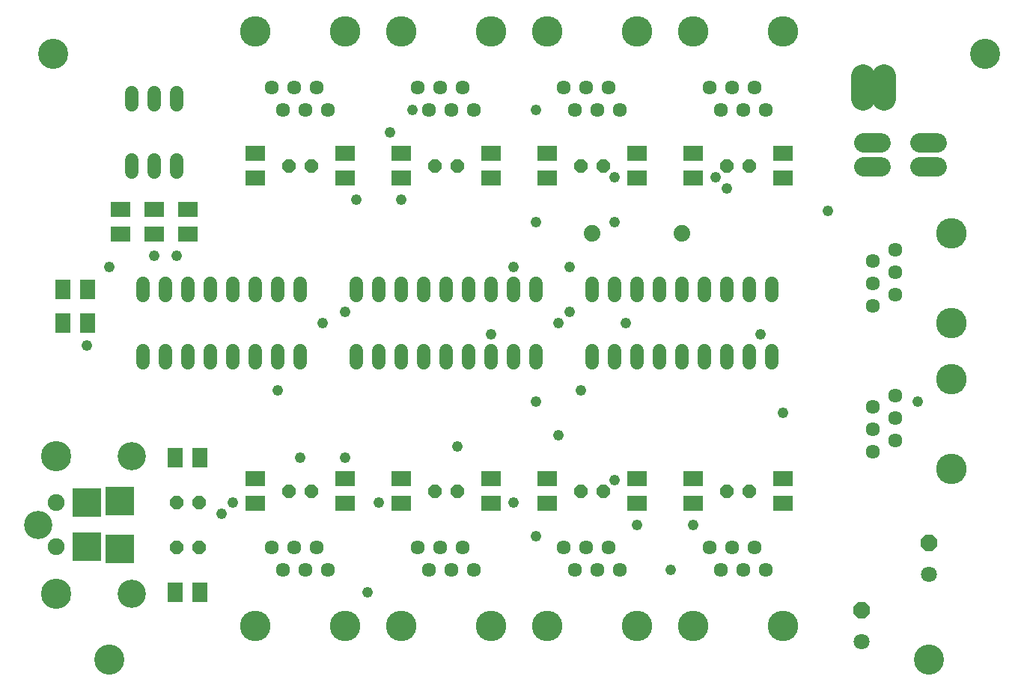
<source format=gts>
G75*
G70*
%OFA0B0*%
%FSLAX24Y24*%
%IPPOS*%
%LPD*%
%AMOC8*
5,1,8,0,0,1.08239X$1,22.5*
%
%ADD10C,0.1340*%
%ADD11C,0.0600*%
%ADD12C,0.0634*%
%ADD13C,0.1360*%
%ADD14R,0.0867X0.0710*%
%ADD15OC8,0.0600*%
%ADD16C,0.0740*%
%ADD17C,0.0867*%
%ADD18C,0.1261*%
%ADD19C,0.1346*%
%ADD20R,0.1261X0.1261*%
%ADD21C,0.0749*%
%ADD22R,0.0710X0.0867*%
%ADD23C,0.1080*%
%ADD24OC8,0.0710*%
%ADD25C,0.0710*%
%ADD26C,0.0480*%
D10*
X004105Y001712D03*
X040605Y001712D03*
X043105Y028712D03*
X001605Y028712D03*
D11*
X005105Y026972D02*
X005105Y026452D01*
X006105Y026452D02*
X006105Y026972D01*
X007105Y026972D02*
X007105Y026452D01*
X007105Y023972D02*
X007105Y023452D01*
X006105Y023452D02*
X006105Y023972D01*
X005105Y023972D02*
X005105Y023452D01*
X005605Y018472D02*
X005605Y017952D01*
X006605Y017952D02*
X006605Y018472D01*
X007605Y018472D02*
X007605Y017952D01*
X008605Y017952D02*
X008605Y018472D01*
X009605Y018472D02*
X009605Y017952D01*
X010605Y017952D02*
X010605Y018472D01*
X011605Y018472D02*
X011605Y017952D01*
X012605Y017952D02*
X012605Y018472D01*
X015105Y018472D02*
X015105Y017952D01*
X016105Y017952D02*
X016105Y018472D01*
X017105Y018472D02*
X017105Y017952D01*
X018105Y017952D02*
X018105Y018472D01*
X019105Y018472D02*
X019105Y017952D01*
X020105Y017952D02*
X020105Y018472D01*
X021105Y018472D02*
X021105Y017952D01*
X022105Y017952D02*
X022105Y018472D01*
X023105Y018472D02*
X023105Y017952D01*
X025605Y017952D02*
X025605Y018472D01*
X026605Y018472D02*
X026605Y017952D01*
X027605Y017952D02*
X027605Y018472D01*
X028605Y018472D02*
X028605Y017952D01*
X029605Y017952D02*
X029605Y018472D01*
X030605Y018472D02*
X030605Y017952D01*
X031605Y017952D02*
X031605Y018472D01*
X032605Y018472D02*
X032605Y017952D01*
X033605Y017952D02*
X033605Y018472D01*
X033605Y015472D02*
X033605Y014952D01*
X032605Y014952D02*
X032605Y015472D01*
X031605Y015472D02*
X031605Y014952D01*
X030605Y014952D02*
X030605Y015472D01*
X029605Y015472D02*
X029605Y014952D01*
X028605Y014952D02*
X028605Y015472D01*
X027605Y015472D02*
X027605Y014952D01*
X026605Y014952D02*
X026605Y015472D01*
X025605Y015472D02*
X025605Y014952D01*
X023105Y014952D02*
X023105Y015472D01*
X022105Y015472D02*
X022105Y014952D01*
X021105Y014952D02*
X021105Y015472D01*
X020105Y015472D02*
X020105Y014952D01*
X019105Y014952D02*
X019105Y015472D01*
X018105Y015472D02*
X018105Y014952D01*
X017105Y014952D02*
X017105Y015472D01*
X016105Y015472D02*
X016105Y014952D01*
X015105Y014952D02*
X015105Y015472D01*
X012605Y015472D02*
X012605Y014952D01*
X011605Y014952D02*
X011605Y015472D01*
X010605Y015472D02*
X010605Y014952D01*
X009605Y014952D02*
X009605Y015472D01*
X008605Y015472D02*
X008605Y014952D01*
X007605Y014952D02*
X007605Y015472D01*
X006605Y015472D02*
X006605Y014952D01*
X005605Y014952D02*
X005605Y015472D01*
D12*
X011355Y006712D03*
X012355Y006712D03*
X013355Y006712D03*
X013855Y005712D03*
X012855Y005712D03*
X011855Y005712D03*
X017855Y006712D03*
X018855Y006712D03*
X019855Y006712D03*
X020355Y005712D03*
X019355Y005712D03*
X018355Y005712D03*
X024355Y006712D03*
X025355Y006712D03*
X026355Y006712D03*
X026855Y005712D03*
X025855Y005712D03*
X024855Y005712D03*
X030855Y006712D03*
X031855Y006712D03*
X032855Y006712D03*
X033355Y005712D03*
X032355Y005712D03*
X031355Y005712D03*
X038105Y010962D03*
X039105Y011462D03*
X038105Y011962D03*
X039105Y012462D03*
X038105Y012962D03*
X039105Y013462D03*
X038105Y017462D03*
X039105Y017962D03*
X038105Y018462D03*
X039105Y018962D03*
X038105Y019462D03*
X039105Y019962D03*
X033355Y026212D03*
X032355Y026212D03*
X031355Y026212D03*
X031855Y027212D03*
X032855Y027212D03*
X030855Y027212D03*
X026855Y026212D03*
X025855Y026212D03*
X024855Y026212D03*
X025355Y027212D03*
X026355Y027212D03*
X024355Y027212D03*
X020355Y026212D03*
X019355Y026212D03*
X018355Y026212D03*
X018855Y027212D03*
X019855Y027212D03*
X017855Y027212D03*
X013855Y026212D03*
X012855Y026212D03*
X011855Y026212D03*
X012355Y027212D03*
X013355Y027212D03*
X011355Y027212D03*
D13*
X010605Y029712D03*
X014605Y029712D03*
X017105Y029712D03*
X021105Y029712D03*
X023605Y029712D03*
X027605Y029712D03*
X030105Y029712D03*
X034105Y029712D03*
X041605Y020712D03*
X041605Y016712D03*
X041605Y014212D03*
X041605Y010212D03*
X034105Y003212D03*
X030105Y003212D03*
X027605Y003212D03*
X023605Y003212D03*
X021105Y003212D03*
X017105Y003212D03*
X014605Y003212D03*
X010605Y003212D03*
D14*
X010605Y008660D03*
X010605Y009763D03*
X014605Y009763D03*
X014605Y008660D03*
X017105Y008660D03*
X017105Y009763D03*
X021105Y009763D03*
X021105Y008660D03*
X023605Y008660D03*
X023605Y009763D03*
X027605Y009763D03*
X027605Y008660D03*
X030105Y008660D03*
X030105Y009763D03*
X034105Y009763D03*
X034105Y008660D03*
X034105Y023160D03*
X034105Y024263D03*
X030105Y024263D03*
X030105Y023160D03*
X027605Y023160D03*
X027605Y024263D03*
X023605Y024263D03*
X023605Y023160D03*
X021105Y023160D03*
X021105Y024263D03*
X017105Y024263D03*
X017105Y023160D03*
X014605Y023160D03*
X014605Y024263D03*
X010605Y024263D03*
X010605Y023160D03*
X007605Y021763D03*
X006105Y021763D03*
X004605Y021763D03*
X004605Y020660D03*
X006105Y020660D03*
X007605Y020660D03*
D15*
X012105Y023712D03*
X013105Y023712D03*
X018605Y023712D03*
X019605Y023712D03*
X025105Y023712D03*
X026105Y023712D03*
X031605Y023712D03*
X032605Y023712D03*
X032605Y009212D03*
X031605Y009212D03*
X026105Y009212D03*
X025105Y009212D03*
X019605Y009212D03*
X018605Y009212D03*
X013105Y009212D03*
X012105Y009212D03*
X008105Y008712D03*
X007105Y008712D03*
X007105Y006712D03*
X008105Y006712D03*
D16*
X025605Y020712D03*
X029605Y020712D03*
D17*
X037711Y023682D02*
X038498Y023682D01*
X038498Y024742D02*
X037711Y024742D01*
X040211Y024742D02*
X040998Y024742D01*
X040998Y023682D02*
X040211Y023682D01*
D18*
X005105Y010783D03*
X000971Y007712D03*
X005105Y004641D03*
D19*
X001758Y004641D03*
X001758Y010783D03*
D20*
X003136Y008696D03*
X004573Y008775D03*
X004573Y006649D03*
X003136Y006727D03*
D21*
X001758Y006727D03*
X001758Y008696D03*
D22*
X007054Y010712D03*
X008156Y010712D03*
X008156Y004712D03*
X007054Y004712D03*
X003156Y016712D03*
X002054Y016712D03*
X002054Y018212D03*
X003156Y018212D03*
D23*
X037700Y026712D02*
X037700Y027712D01*
X038635Y027712D02*
X038635Y026712D01*
D24*
X040605Y006912D03*
X037605Y003912D03*
D25*
X037605Y002512D03*
X040605Y005512D03*
D26*
X034105Y012712D03*
X033105Y016212D03*
X027105Y016712D03*
X024605Y017212D03*
X024105Y016712D03*
X021105Y016212D03*
X022105Y019212D03*
X024605Y019212D03*
X023105Y021212D03*
X026605Y021212D03*
X026605Y023212D03*
X023105Y026212D03*
X017605Y026212D03*
X016605Y025212D03*
X017105Y022212D03*
X015105Y022212D03*
X014605Y017212D03*
X013605Y016712D03*
X011605Y013712D03*
X012605Y010712D03*
X014605Y010712D03*
X016105Y008712D03*
X019605Y011212D03*
X022105Y008712D03*
X023105Y007212D03*
X026605Y009712D03*
X027605Y007712D03*
X030105Y007712D03*
X029105Y005712D03*
X024105Y011712D03*
X023105Y013212D03*
X025105Y013712D03*
X036105Y021712D03*
X031605Y022712D03*
X031105Y023212D03*
X040105Y013212D03*
X015605Y004712D03*
X009605Y008712D03*
X009105Y008212D03*
X003105Y015712D03*
X004105Y019212D03*
X006105Y019712D03*
X007105Y019712D03*
M02*

</source>
